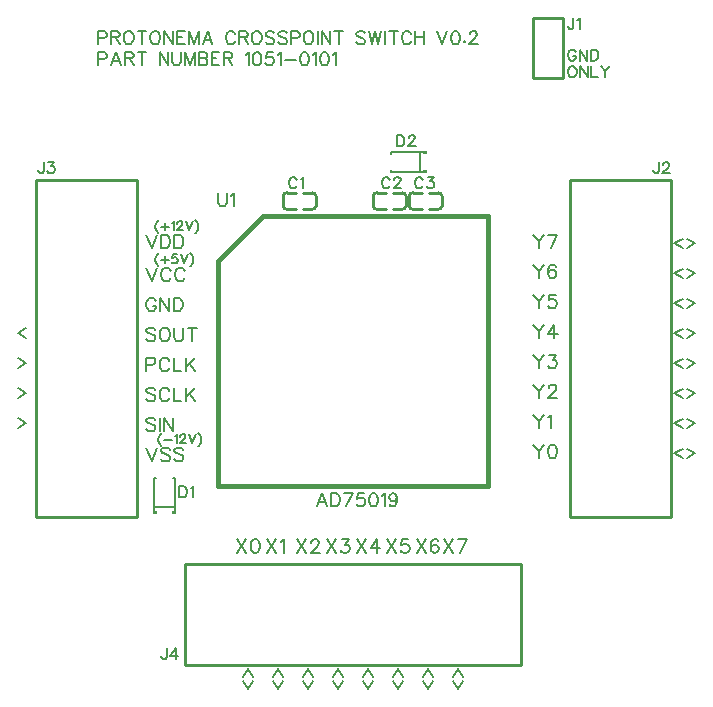
<source format=gto>
G04 Layer: TopSilkscreenLayer*
G04 EasyEDA v6.5.32, 2023-07-25 14:04:49*
G04 f14fb49f93b44de6823b6a38d3d77f6c,5a6b42c53f6a479593ecc07194224c93,10*
G04 Gerber Generator version 0.2*
G04 Scale: 100 percent, Rotated: No, Reflected: No *
G04 Dimensions in millimeters *
G04 leading zeros omitted , absolute positions ,4 integer and 5 decimal *
%FSLAX45Y45*%
%MOMM*%

%ADD10C,0.1524*%
%ADD11C,0.3810*%
%ADD12C,0.2540*%

%LPD*%
D10*
X762000Y5423915D02*
G01*
X762000Y5314950D01*
X762000Y5423915D02*
G01*
X808736Y5423915D01*
X824229Y5418836D01*
X829563Y5413502D01*
X834644Y5403087D01*
X834644Y5387594D01*
X829563Y5377179D01*
X824229Y5372100D01*
X808736Y5366765D01*
X762000Y5366765D01*
X910589Y5423915D02*
G01*
X868934Y5314950D01*
X910589Y5423915D02*
G01*
X952245Y5314950D01*
X884681Y5351271D02*
G01*
X936497Y5351271D01*
X986536Y5423915D02*
G01*
X986536Y5314950D01*
X986536Y5423915D02*
G01*
X1033271Y5423915D01*
X1048765Y5418836D01*
X1054100Y5413502D01*
X1059179Y5403087D01*
X1059179Y5392673D01*
X1054100Y5382260D01*
X1048765Y5377179D01*
X1033271Y5372100D01*
X986536Y5372100D01*
X1022857Y5372100D02*
G01*
X1059179Y5314950D01*
X1129792Y5423915D02*
G01*
X1129792Y5314950D01*
X1093470Y5423915D02*
G01*
X1166113Y5423915D01*
X1280413Y5423915D02*
G01*
X1280413Y5314950D01*
X1280413Y5423915D02*
G01*
X1353312Y5314950D01*
X1353312Y5423915D02*
G01*
X1353312Y5314950D01*
X1387602Y5423915D02*
G01*
X1387602Y5345937D01*
X1392681Y5330444D01*
X1403095Y5320029D01*
X1418589Y5314950D01*
X1429004Y5314950D01*
X1444752Y5320029D01*
X1455165Y5330444D01*
X1460245Y5345937D01*
X1460245Y5423915D01*
X1494536Y5423915D02*
G01*
X1494536Y5314950D01*
X1494536Y5423915D02*
G01*
X1536192Y5314950D01*
X1577594Y5423915D02*
G01*
X1536192Y5314950D01*
X1577594Y5423915D02*
G01*
X1577594Y5314950D01*
X1611884Y5423915D02*
G01*
X1611884Y5314950D01*
X1611884Y5423915D02*
G01*
X1658620Y5423915D01*
X1674368Y5418836D01*
X1679447Y5413502D01*
X1684781Y5403087D01*
X1684781Y5392673D01*
X1679447Y5382260D01*
X1674368Y5377179D01*
X1658620Y5372100D01*
X1611884Y5372100D02*
G01*
X1658620Y5372100D01*
X1674368Y5366765D01*
X1679447Y5361686D01*
X1684781Y5351271D01*
X1684781Y5335523D01*
X1679447Y5325110D01*
X1674368Y5320029D01*
X1658620Y5314950D01*
X1611884Y5314950D01*
X1719071Y5423915D02*
G01*
X1719071Y5314950D01*
X1719071Y5423915D02*
G01*
X1786636Y5423915D01*
X1719071Y5372100D02*
G01*
X1760473Y5372100D01*
X1719071Y5314950D02*
G01*
X1786636Y5314950D01*
X1820926Y5423915D02*
G01*
X1820926Y5314950D01*
X1820926Y5423915D02*
G01*
X1867662Y5423915D01*
X1883155Y5418836D01*
X1888489Y5413502D01*
X1893570Y5403087D01*
X1893570Y5392673D01*
X1888489Y5382260D01*
X1883155Y5377179D01*
X1867662Y5372100D01*
X1820926Y5372100D01*
X1857247Y5372100D02*
G01*
X1893570Y5314950D01*
X2007870Y5403087D02*
G01*
X2018284Y5408421D01*
X2033777Y5423915D01*
X2033777Y5314950D01*
X2099309Y5423915D02*
G01*
X2083815Y5418836D01*
X2073402Y5403087D01*
X2068068Y5377179D01*
X2068068Y5361686D01*
X2073402Y5335523D01*
X2083815Y5320029D01*
X2099309Y5314950D01*
X2109724Y5314950D01*
X2125218Y5320029D01*
X2135631Y5335523D01*
X2140965Y5361686D01*
X2140965Y5377179D01*
X2135631Y5403087D01*
X2125218Y5418836D01*
X2109724Y5423915D01*
X2099309Y5423915D01*
X2237486Y5423915D02*
G01*
X2185670Y5423915D01*
X2180336Y5377179D01*
X2185670Y5382260D01*
X2201163Y5387594D01*
X2216658Y5387594D01*
X2232406Y5382260D01*
X2242820Y5372100D01*
X2247900Y5356352D01*
X2247900Y5345937D01*
X2242820Y5330444D01*
X2232406Y5320029D01*
X2216658Y5314950D01*
X2201163Y5314950D01*
X2185670Y5320029D01*
X2180336Y5325110D01*
X2175256Y5335523D01*
X2282190Y5403087D02*
G01*
X2292604Y5408421D01*
X2308097Y5423915D01*
X2308097Y5314950D01*
X2342388Y5361686D02*
G01*
X2435859Y5361686D01*
X2501391Y5423915D02*
G01*
X2485897Y5418836D01*
X2475484Y5403087D01*
X2470150Y5377179D01*
X2470150Y5361686D01*
X2475484Y5335523D01*
X2485897Y5320029D01*
X2501391Y5314950D01*
X2511806Y5314950D01*
X2527300Y5320029D01*
X2537713Y5335523D01*
X2543047Y5361686D01*
X2543047Y5377179D01*
X2537713Y5403087D01*
X2527300Y5418836D01*
X2511806Y5423915D01*
X2501391Y5423915D01*
X2577338Y5403087D02*
G01*
X2587752Y5408421D01*
X2603245Y5423915D01*
X2603245Y5314950D01*
X2668777Y5423915D02*
G01*
X2653029Y5418836D01*
X2642870Y5403087D01*
X2637536Y5377179D01*
X2637536Y5361686D01*
X2642870Y5335523D01*
X2653029Y5320029D01*
X2668777Y5314950D01*
X2679191Y5314950D01*
X2694686Y5320029D01*
X2705100Y5335523D01*
X2710179Y5361686D01*
X2710179Y5377179D01*
X2705100Y5403087D01*
X2694686Y5418836D01*
X2679191Y5423915D01*
X2668777Y5423915D01*
X2744470Y5403087D02*
G01*
X2754884Y5408421D01*
X2770631Y5423915D01*
X2770631Y5314950D01*
X762000Y5601715D02*
G01*
X762000Y5492750D01*
X762000Y5601715D02*
G01*
X808736Y5601715D01*
X824229Y5596636D01*
X829563Y5591302D01*
X834644Y5580887D01*
X834644Y5565394D01*
X829563Y5554979D01*
X824229Y5549900D01*
X808736Y5544565D01*
X762000Y5544565D01*
X868934Y5601715D02*
G01*
X868934Y5492750D01*
X868934Y5601715D02*
G01*
X915670Y5601715D01*
X931418Y5596636D01*
X936497Y5591302D01*
X941831Y5580887D01*
X941831Y5570473D01*
X936497Y5560060D01*
X931418Y5554979D01*
X915670Y5549900D01*
X868934Y5549900D01*
X905510Y5549900D02*
G01*
X941831Y5492750D01*
X1007110Y5601715D02*
G01*
X996950Y5596636D01*
X986536Y5586221D01*
X981202Y5575807D01*
X976121Y5560060D01*
X976121Y5534152D01*
X981202Y5518657D01*
X986536Y5508244D01*
X996950Y5497829D01*
X1007110Y5492750D01*
X1027937Y5492750D01*
X1038352Y5497829D01*
X1048765Y5508244D01*
X1054100Y5518657D01*
X1059179Y5534152D01*
X1059179Y5560060D01*
X1054100Y5575807D01*
X1048765Y5586221D01*
X1038352Y5596636D01*
X1027937Y5601715D01*
X1007110Y5601715D01*
X1129792Y5601715D02*
G01*
X1129792Y5492750D01*
X1093470Y5601715D02*
G01*
X1166113Y5601715D01*
X1231645Y5601715D02*
G01*
X1221231Y5596636D01*
X1210818Y5586221D01*
X1205737Y5575807D01*
X1200404Y5560060D01*
X1200404Y5534152D01*
X1205737Y5518657D01*
X1210818Y5508244D01*
X1221231Y5497829D01*
X1231645Y5492750D01*
X1252473Y5492750D01*
X1262887Y5497829D01*
X1273302Y5508244D01*
X1278381Y5518657D01*
X1283715Y5534152D01*
X1283715Y5560060D01*
X1278381Y5575807D01*
X1273302Y5586221D01*
X1262887Y5596636D01*
X1252473Y5601715D01*
X1231645Y5601715D01*
X1318005Y5601715D02*
G01*
X1318005Y5492750D01*
X1318005Y5601715D02*
G01*
X1390650Y5492750D01*
X1390650Y5601715D02*
G01*
X1390650Y5492750D01*
X1424939Y5601715D02*
G01*
X1424939Y5492750D01*
X1424939Y5601715D02*
G01*
X1492504Y5601715D01*
X1424939Y5549900D02*
G01*
X1466595Y5549900D01*
X1424939Y5492750D02*
G01*
X1492504Y5492750D01*
X1526794Y5601715D02*
G01*
X1526794Y5492750D01*
X1526794Y5601715D02*
G01*
X1568450Y5492750D01*
X1609852Y5601715D02*
G01*
X1568450Y5492750D01*
X1609852Y5601715D02*
G01*
X1609852Y5492750D01*
X1685797Y5601715D02*
G01*
X1644142Y5492750D01*
X1685797Y5601715D02*
G01*
X1727200Y5492750D01*
X1659889Y5529071D02*
G01*
X1711705Y5529071D01*
X1919478Y5575807D02*
G01*
X1914397Y5586221D01*
X1903984Y5596636D01*
X1893570Y5601715D01*
X1872742Y5601715D01*
X1862328Y5596636D01*
X1851913Y5586221D01*
X1846834Y5575807D01*
X1841500Y5560060D01*
X1841500Y5534152D01*
X1846834Y5518657D01*
X1851913Y5508244D01*
X1862328Y5497829D01*
X1872742Y5492750D01*
X1893570Y5492750D01*
X1903984Y5497829D01*
X1914397Y5508244D01*
X1919478Y5518657D01*
X1953768Y5601715D02*
G01*
X1953768Y5492750D01*
X1953768Y5601715D02*
G01*
X2000504Y5601715D01*
X2016252Y5596636D01*
X2021331Y5591302D01*
X2026665Y5580887D01*
X2026665Y5570473D01*
X2021331Y5560060D01*
X2016252Y5554979D01*
X2000504Y5549900D01*
X1953768Y5549900D01*
X1990090Y5549900D02*
G01*
X2026665Y5492750D01*
X2091943Y5601715D02*
G01*
X2081529Y5596636D01*
X2071370Y5586221D01*
X2066036Y5575807D01*
X2060956Y5560060D01*
X2060956Y5534152D01*
X2066036Y5518657D01*
X2071370Y5508244D01*
X2081529Y5497829D01*
X2091943Y5492750D01*
X2112772Y5492750D01*
X2123186Y5497829D01*
X2133600Y5508244D01*
X2138679Y5518657D01*
X2144013Y5534152D01*
X2144013Y5560060D01*
X2138679Y5575807D01*
X2133600Y5586221D01*
X2123186Y5596636D01*
X2112772Y5601715D01*
X2091943Y5601715D01*
X2250947Y5586221D02*
G01*
X2240534Y5596636D01*
X2225040Y5601715D01*
X2204211Y5601715D01*
X2188718Y5596636D01*
X2178304Y5586221D01*
X2178304Y5575807D01*
X2183384Y5565394D01*
X2188718Y5560060D01*
X2199131Y5554979D01*
X2230120Y5544565D01*
X2240534Y5539486D01*
X2245868Y5534152D01*
X2250947Y5523737D01*
X2250947Y5508244D01*
X2240534Y5497829D01*
X2225040Y5492750D01*
X2204211Y5492750D01*
X2188718Y5497829D01*
X2178304Y5508244D01*
X2358136Y5586221D02*
G01*
X2347722Y5596636D01*
X2331974Y5601715D01*
X2311400Y5601715D01*
X2295652Y5596636D01*
X2285238Y5586221D01*
X2285238Y5575807D01*
X2290572Y5565394D01*
X2295652Y5560060D01*
X2306065Y5554979D01*
X2337308Y5544565D01*
X2347722Y5539486D01*
X2352802Y5534152D01*
X2358136Y5523737D01*
X2358136Y5508244D01*
X2347722Y5497829D01*
X2331974Y5492750D01*
X2311400Y5492750D01*
X2295652Y5497829D01*
X2285238Y5508244D01*
X2392425Y5601715D02*
G01*
X2392425Y5492750D01*
X2392425Y5601715D02*
G01*
X2439161Y5601715D01*
X2454656Y5596636D01*
X2459990Y5591302D01*
X2465070Y5580887D01*
X2465070Y5565394D01*
X2459990Y5554979D01*
X2454656Y5549900D01*
X2439161Y5544565D01*
X2392425Y5544565D01*
X2530602Y5601715D02*
G01*
X2520188Y5596636D01*
X2509774Y5586221D01*
X2504440Y5575807D01*
X2499359Y5560060D01*
X2499359Y5534152D01*
X2504440Y5518657D01*
X2509774Y5508244D01*
X2520188Y5497829D01*
X2530602Y5492750D01*
X2551429Y5492750D01*
X2561590Y5497829D01*
X2572004Y5508244D01*
X2577338Y5518657D01*
X2582418Y5534152D01*
X2582418Y5560060D01*
X2577338Y5575807D01*
X2572004Y5586221D01*
X2561590Y5596636D01*
X2551429Y5601715D01*
X2530602Y5601715D01*
X2616708Y5601715D02*
G01*
X2616708Y5492750D01*
X2650997Y5601715D02*
G01*
X2650997Y5492750D01*
X2650997Y5601715D02*
G01*
X2723895Y5492750D01*
X2723895Y5601715D02*
G01*
X2723895Y5492750D01*
X2794508Y5601715D02*
G01*
X2794508Y5492750D01*
X2758186Y5601715D02*
G01*
X2830829Y5601715D01*
X3017774Y5586221D02*
G01*
X3007359Y5596636D01*
X2991865Y5601715D01*
X2971038Y5601715D01*
X2955543Y5596636D01*
X2945129Y5586221D01*
X2945129Y5575807D01*
X2950209Y5565394D01*
X2955543Y5560060D01*
X2965958Y5554979D01*
X2997200Y5544565D01*
X3007359Y5539486D01*
X3012693Y5534152D01*
X3017774Y5523737D01*
X3017774Y5508244D01*
X3007359Y5497829D01*
X2991865Y5492750D01*
X2971038Y5492750D01*
X2955543Y5497829D01*
X2945129Y5508244D01*
X3052063Y5601715D02*
G01*
X3078225Y5492750D01*
X3104134Y5601715D02*
G01*
X3078225Y5492750D01*
X3104134Y5601715D02*
G01*
X3130041Y5492750D01*
X3155950Y5601715D02*
G01*
X3130041Y5492750D01*
X3190240Y5601715D02*
G01*
X3190240Y5492750D01*
X3261106Y5601715D02*
G01*
X3261106Y5492750D01*
X3224529Y5601715D02*
G01*
X3297427Y5601715D01*
X3409695Y5575807D02*
G01*
X3404361Y5586221D01*
X3393947Y5596636D01*
X3383534Y5601715D01*
X3362959Y5601715D01*
X3352545Y5596636D01*
X3342131Y5586221D01*
X3336797Y5575807D01*
X3331718Y5560060D01*
X3331718Y5534152D01*
X3336797Y5518657D01*
X3342131Y5508244D01*
X3352545Y5497829D01*
X3362959Y5492750D01*
X3383534Y5492750D01*
X3393947Y5497829D01*
X3404361Y5508244D01*
X3409695Y5518657D01*
X3443986Y5601715D02*
G01*
X3443986Y5492750D01*
X3516629Y5601715D02*
G01*
X3516629Y5492750D01*
X3443986Y5549900D02*
G01*
X3516629Y5549900D01*
X3630929Y5601715D02*
G01*
X3672586Y5492750D01*
X3713988Y5601715D02*
G01*
X3672586Y5492750D01*
X3779520Y5601715D02*
G01*
X3764025Y5596636D01*
X3753611Y5580887D01*
X3748277Y5554979D01*
X3748277Y5539486D01*
X3753611Y5513323D01*
X3764025Y5497829D01*
X3779520Y5492750D01*
X3789934Y5492750D01*
X3805427Y5497829D01*
X3815841Y5513323D01*
X3821175Y5539486D01*
X3821175Y5554979D01*
X3815841Y5580887D01*
X3805427Y5596636D01*
X3789934Y5601715D01*
X3779520Y5601715D01*
X3860545Y5518657D02*
G01*
X3855465Y5513323D01*
X3860545Y5508244D01*
X3865879Y5513323D01*
X3860545Y5518657D01*
X3905250Y5575807D02*
G01*
X3905250Y5580887D01*
X3910329Y5591302D01*
X3915663Y5596636D01*
X3926077Y5601715D01*
X3946906Y5601715D01*
X3957320Y5596636D01*
X3962400Y5591302D01*
X3967479Y5580887D01*
X3967479Y5570473D01*
X3962400Y5560060D01*
X3951986Y5544565D01*
X3900170Y5492750D01*
X3972813Y5492750D01*
X1937534Y1299278D02*
G01*
X2013988Y1184724D01*
X2013988Y1299278D02*
G01*
X1937534Y1184724D01*
X2082568Y1299278D02*
G01*
X2066312Y1293944D01*
X2055390Y1277434D01*
X2049802Y1250256D01*
X2049802Y1233746D01*
X2055390Y1206568D01*
X2066312Y1190312D01*
X2082568Y1184724D01*
X2093490Y1184724D01*
X2110000Y1190312D01*
X2120922Y1206568D01*
X2126256Y1233746D01*
X2126256Y1250256D01*
X2120922Y1277434D01*
X2110000Y1293944D01*
X2093490Y1299278D01*
X2082568Y1299278D01*
X1340863Y380237D02*
G01*
X1340863Y307594D01*
X1336291Y293878D01*
X1331719Y289305D01*
X1322575Y284734D01*
X1313685Y284734D01*
X1304541Y289305D01*
X1299969Y293878D01*
X1295397Y307594D01*
X1295397Y316737D01*
X1416301Y380237D02*
G01*
X1370835Y316737D01*
X1438907Y316737D01*
X1416301Y380237D02*
G01*
X1416301Y284734D01*
X1168400Y3880357D02*
G01*
X1212087Y3765804D01*
X1255776Y3880357D02*
G01*
X1212087Y3765804D01*
X1291589Y3880357D02*
G01*
X1291589Y3765804D01*
X1291589Y3880357D02*
G01*
X1329944Y3880357D01*
X1346200Y3874770D01*
X1357121Y3863847D01*
X1362455Y3852926D01*
X1368044Y3836670D01*
X1368044Y3809492D01*
X1362455Y3792981D01*
X1357121Y3782060D01*
X1346200Y3771137D01*
X1329944Y3765804D01*
X1291589Y3765804D01*
X1404112Y3880357D02*
G01*
X1404112Y3765804D01*
X1404112Y3880357D02*
G01*
X1442212Y3880357D01*
X1458468Y3874770D01*
X1469389Y3863847D01*
X1474978Y3852926D01*
X1480312Y3836670D01*
X1480312Y3809492D01*
X1474978Y3792981D01*
X1469389Y3782060D01*
X1458468Y3771137D01*
X1442212Y3765804D01*
X1404112Y3765804D01*
X5506455Y4495030D02*
G01*
X5506455Y4422386D01*
X5501883Y4408670D01*
X5497311Y4404098D01*
X5488167Y4399526D01*
X5479277Y4399526D01*
X5470133Y4404098D01*
X5465561Y4408670D01*
X5460989Y4422386D01*
X5460989Y4431530D01*
X5540999Y4472424D02*
G01*
X5540999Y4476996D01*
X5545571Y4485886D01*
X5550143Y4490458D01*
X5559287Y4495030D01*
X5577321Y4495030D01*
X5586465Y4490458D01*
X5591037Y4485886D01*
X5595609Y4476996D01*
X5595609Y4467852D01*
X5591037Y4458708D01*
X5581893Y4444992D01*
X5536427Y4399526D01*
X5600181Y4399526D01*
X299465Y4495030D02*
G01*
X299465Y4422386D01*
X294894Y4408670D01*
X290321Y4404098D01*
X281178Y4399526D01*
X272287Y4399526D01*
X263144Y4404098D01*
X258571Y4408670D01*
X254000Y4422386D01*
X254000Y4431530D01*
X338581Y4495030D02*
G01*
X388620Y4495030D01*
X361187Y4458708D01*
X374904Y4458708D01*
X384047Y4454136D01*
X388620Y4449564D01*
X393192Y4436102D01*
X393192Y4426958D01*
X388620Y4413242D01*
X379476Y4404098D01*
X365760Y4399526D01*
X352297Y4399526D01*
X338581Y4404098D01*
X334010Y4408670D01*
X329437Y4417814D01*
X2657840Y1690103D02*
G01*
X2616184Y1581137D01*
X2657840Y1690103D02*
G01*
X2699242Y1581137D01*
X2631678Y1617459D02*
G01*
X2683748Y1617459D01*
X2733532Y1690103D02*
G01*
X2733532Y1581137D01*
X2733532Y1690103D02*
G01*
X2769854Y1690103D01*
X2785602Y1685023D01*
X2796016Y1674609D01*
X2801096Y1664195D01*
X2806430Y1648447D01*
X2806430Y1622539D01*
X2801096Y1607045D01*
X2796016Y1596631D01*
X2785602Y1586217D01*
X2769854Y1581137D01*
X2733532Y1581137D01*
X2913364Y1690103D02*
G01*
X2861294Y1581137D01*
X2840720Y1690103D02*
G01*
X2913364Y1690103D01*
X3009884Y1690103D02*
G01*
X2958068Y1690103D01*
X2952734Y1643367D01*
X2958068Y1648447D01*
X2973562Y1653781D01*
X2989310Y1653781D01*
X3004804Y1648447D01*
X3015218Y1638287D01*
X3020298Y1622539D01*
X3020298Y1612125D01*
X3015218Y1596631D01*
X3004804Y1586217D01*
X2989310Y1581137D01*
X2973562Y1581137D01*
X2958068Y1586217D01*
X2952734Y1591297D01*
X2947654Y1601711D01*
X3085830Y1690103D02*
G01*
X3070336Y1685023D01*
X3059922Y1669275D01*
X3054588Y1643367D01*
X3054588Y1627873D01*
X3059922Y1601711D01*
X3070336Y1586217D01*
X3085830Y1581137D01*
X3096244Y1581137D01*
X3111738Y1586217D01*
X3122152Y1601711D01*
X3127486Y1627873D01*
X3127486Y1643367D01*
X3122152Y1669275D01*
X3111738Y1685023D01*
X3096244Y1690103D01*
X3085830Y1690103D01*
X3161776Y1669275D02*
G01*
X3172190Y1674609D01*
X3187684Y1690103D01*
X3187684Y1581137D01*
X3289538Y1653781D02*
G01*
X3284204Y1638287D01*
X3274044Y1627873D01*
X3258296Y1622539D01*
X3253216Y1622539D01*
X3237468Y1627873D01*
X3227054Y1638287D01*
X3221974Y1653781D01*
X3221974Y1658861D01*
X3227054Y1674609D01*
X3237468Y1685023D01*
X3253216Y1690103D01*
X3258296Y1690103D01*
X3274044Y1685023D01*
X3284204Y1674609D01*
X3289538Y1653781D01*
X3289538Y1627873D01*
X3284204Y1601711D01*
X3274044Y1586217D01*
X3258296Y1581137D01*
X3247882Y1581137D01*
X3232388Y1586217D01*
X3227054Y1596631D01*
X1168400Y3600957D02*
G01*
X1212087Y3486404D01*
X1255776Y3600957D02*
G01*
X1212087Y3486404D01*
X1373378Y3573526D02*
G01*
X1368044Y3584447D01*
X1357121Y3595370D01*
X1346200Y3600957D01*
X1324355Y3600957D01*
X1313434Y3595370D01*
X1302512Y3584447D01*
X1297178Y3573526D01*
X1291589Y3557270D01*
X1291589Y3530092D01*
X1297178Y3513581D01*
X1302512Y3502660D01*
X1313434Y3491737D01*
X1324355Y3486404D01*
X1346200Y3486404D01*
X1357121Y3491737D01*
X1368044Y3502660D01*
X1373378Y3513581D01*
X1491234Y3573526D02*
G01*
X1485900Y3584447D01*
X1474978Y3595370D01*
X1464055Y3600957D01*
X1442212Y3600957D01*
X1431289Y3595370D01*
X1420368Y3584447D01*
X1415034Y3573526D01*
X1409445Y3557270D01*
X1409445Y3530092D01*
X1415034Y3513581D01*
X1420368Y3502660D01*
X1431289Y3491737D01*
X1442212Y3486404D01*
X1464055Y3486404D01*
X1474978Y3491737D01*
X1485900Y3502660D01*
X1491234Y3513581D01*
X1250187Y3319526D02*
G01*
X1244854Y3330447D01*
X1233931Y3341370D01*
X1223010Y3346957D01*
X1201165Y3346957D01*
X1190244Y3341370D01*
X1179321Y3330447D01*
X1173734Y3319526D01*
X1168400Y3303270D01*
X1168400Y3276092D01*
X1173734Y3259581D01*
X1179321Y3248660D01*
X1190244Y3237737D01*
X1201165Y3232404D01*
X1223010Y3232404D01*
X1233931Y3237737D01*
X1244854Y3248660D01*
X1250187Y3259581D01*
X1250187Y3276092D01*
X1223010Y3276092D02*
G01*
X1250187Y3276092D01*
X1286255Y3346957D02*
G01*
X1286255Y3232404D01*
X1286255Y3346957D02*
G01*
X1362455Y3232404D01*
X1362455Y3346957D02*
G01*
X1362455Y3232404D01*
X1398523Y3346957D02*
G01*
X1398523Y3232404D01*
X1398523Y3346957D02*
G01*
X1436878Y3346957D01*
X1453134Y3341370D01*
X1464055Y3330447D01*
X1469389Y3319526D01*
X1474978Y3303270D01*
X1474978Y3276092D01*
X1469389Y3259581D01*
X1464055Y3248660D01*
X1453134Y3237737D01*
X1436878Y3232404D01*
X1398523Y3232404D01*
X1244854Y3076447D02*
G01*
X1233931Y3087370D01*
X1217421Y3092957D01*
X1195578Y3092957D01*
X1179321Y3087370D01*
X1168400Y3076447D01*
X1168400Y3065526D01*
X1173734Y3054604D01*
X1179321Y3049270D01*
X1190244Y3043681D01*
X1223010Y3032760D01*
X1233931Y3027426D01*
X1239265Y3022092D01*
X1244854Y3011170D01*
X1244854Y2994660D01*
X1233931Y2983737D01*
X1217421Y2978404D01*
X1195578Y2978404D01*
X1179321Y2983737D01*
X1168400Y2994660D01*
X1313434Y3092957D02*
G01*
X1302512Y3087370D01*
X1291589Y3076447D01*
X1286255Y3065526D01*
X1280668Y3049270D01*
X1280668Y3022092D01*
X1286255Y3005581D01*
X1291589Y2994660D01*
X1302512Y2983737D01*
X1313434Y2978404D01*
X1335278Y2978404D01*
X1346200Y2983737D01*
X1357121Y2994660D01*
X1362455Y3005581D01*
X1368044Y3022092D01*
X1368044Y3049270D01*
X1362455Y3065526D01*
X1357121Y3076447D01*
X1346200Y3087370D01*
X1335278Y3092957D01*
X1313434Y3092957D01*
X1404112Y3092957D02*
G01*
X1404112Y3011170D01*
X1409445Y2994660D01*
X1420368Y2983737D01*
X1436878Y2978404D01*
X1447545Y2978404D01*
X1464055Y2983737D01*
X1474978Y2994660D01*
X1480312Y3011170D01*
X1480312Y3092957D01*
X1554479Y3092957D02*
G01*
X1554479Y2978404D01*
X1516379Y3092957D02*
G01*
X1592834Y3092957D01*
X1168400Y2838957D02*
G01*
X1168400Y2724404D01*
X1168400Y2838957D02*
G01*
X1217421Y2838957D01*
X1233931Y2833370D01*
X1239265Y2828036D01*
X1244854Y2817113D01*
X1244854Y2800604D01*
X1239265Y2789681D01*
X1233931Y2784347D01*
X1217421Y2778760D01*
X1168400Y2778760D01*
X1362455Y2811526D02*
G01*
X1357121Y2822447D01*
X1346200Y2833370D01*
X1335278Y2838957D01*
X1313434Y2838957D01*
X1302512Y2833370D01*
X1291589Y2822447D01*
X1286255Y2811526D01*
X1280668Y2795270D01*
X1280668Y2768092D01*
X1286255Y2751581D01*
X1291589Y2740660D01*
X1302512Y2729737D01*
X1313434Y2724404D01*
X1335278Y2724404D01*
X1346200Y2729737D01*
X1357121Y2740660D01*
X1362455Y2751581D01*
X1398523Y2838957D02*
G01*
X1398523Y2724404D01*
X1398523Y2724404D02*
G01*
X1464055Y2724404D01*
X1500123Y2838957D02*
G01*
X1500123Y2724404D01*
X1576323Y2838957D02*
G01*
X1500123Y2762504D01*
X1527302Y2789681D02*
G01*
X1576323Y2724404D01*
X1244854Y2568447D02*
G01*
X1233931Y2579370D01*
X1217421Y2584957D01*
X1195578Y2584957D01*
X1179321Y2579370D01*
X1168400Y2568447D01*
X1168400Y2557526D01*
X1173734Y2546604D01*
X1179321Y2541270D01*
X1190244Y2535681D01*
X1223010Y2524760D01*
X1233931Y2519426D01*
X1239265Y2514092D01*
X1244854Y2503170D01*
X1244854Y2486660D01*
X1233931Y2475737D01*
X1217421Y2470404D01*
X1195578Y2470404D01*
X1179321Y2475737D01*
X1168400Y2486660D01*
X1362455Y2557526D02*
G01*
X1357121Y2568447D01*
X1346200Y2579370D01*
X1335278Y2584957D01*
X1313434Y2584957D01*
X1302512Y2579370D01*
X1291589Y2568447D01*
X1286255Y2557526D01*
X1280668Y2541270D01*
X1280668Y2514092D01*
X1286255Y2497581D01*
X1291589Y2486660D01*
X1302512Y2475737D01*
X1313434Y2470404D01*
X1335278Y2470404D01*
X1346200Y2475737D01*
X1357121Y2486660D01*
X1362455Y2497581D01*
X1398523Y2584957D02*
G01*
X1398523Y2470404D01*
X1398523Y2470404D02*
G01*
X1464055Y2470404D01*
X1500123Y2584957D02*
G01*
X1500123Y2470404D01*
X1576323Y2584957D02*
G01*
X1500123Y2508504D01*
X1527302Y2535681D02*
G01*
X1576323Y2470404D01*
X1244854Y2314447D02*
G01*
X1233931Y2325370D01*
X1217421Y2330957D01*
X1195578Y2330957D01*
X1179321Y2325370D01*
X1168400Y2314447D01*
X1168400Y2303526D01*
X1173734Y2292604D01*
X1179321Y2287270D01*
X1190244Y2281681D01*
X1223010Y2270760D01*
X1233931Y2265426D01*
X1239265Y2260092D01*
X1244854Y2249170D01*
X1244854Y2232660D01*
X1233931Y2221737D01*
X1217421Y2216404D01*
X1195578Y2216404D01*
X1179321Y2221737D01*
X1168400Y2232660D01*
X1280668Y2330957D02*
G01*
X1280668Y2216404D01*
X1316736Y2330957D02*
G01*
X1316736Y2216404D01*
X1316736Y2330957D02*
G01*
X1393189Y2216404D01*
X1393189Y2330957D02*
G01*
X1393189Y2216404D01*
X1168400Y2076957D02*
G01*
X1212087Y1962404D01*
X1255776Y2076957D02*
G01*
X1212087Y1962404D01*
X1368044Y2060447D02*
G01*
X1357121Y2071370D01*
X1340865Y2076957D01*
X1319021Y2076957D01*
X1302512Y2071370D01*
X1291589Y2060447D01*
X1291589Y2049526D01*
X1297178Y2038604D01*
X1302512Y2033270D01*
X1313434Y2027681D01*
X1346200Y2016760D01*
X1357121Y2011426D01*
X1362455Y2006092D01*
X1368044Y1995170D01*
X1368044Y1978660D01*
X1357121Y1967737D01*
X1340865Y1962404D01*
X1319021Y1962404D01*
X1302512Y1967737D01*
X1291589Y1978660D01*
X1480312Y2060447D02*
G01*
X1469389Y2071370D01*
X1453134Y2076957D01*
X1431289Y2076957D01*
X1415034Y2071370D01*
X1404112Y2060447D01*
X1404112Y2049526D01*
X1409445Y2038604D01*
X1415034Y2033270D01*
X1425955Y2027681D01*
X1458468Y2016760D01*
X1469389Y2011426D01*
X1474978Y2006092D01*
X1480312Y1995170D01*
X1480312Y1978660D01*
X1469389Y1967737D01*
X1453134Y1962404D01*
X1431289Y1962404D01*
X1415034Y1967737D01*
X1404112Y1978660D01*
X2191511Y1299210D02*
G01*
X2267965Y1184655D01*
X2267965Y1299210D02*
G01*
X2191511Y1184655D01*
X2304034Y1277365D02*
G01*
X2314956Y1282954D01*
X2331211Y1299210D01*
X2331211Y1184655D01*
X2445511Y1299210D02*
G01*
X2521965Y1184655D01*
X2521965Y1299210D02*
G01*
X2445511Y1184655D01*
X2563368Y1272031D02*
G01*
X2563368Y1277365D01*
X2568956Y1288287D01*
X2574290Y1293876D01*
X2585211Y1299210D01*
X2607056Y1299210D01*
X2617977Y1293876D01*
X2623311Y1288287D01*
X2628900Y1277365D01*
X2628900Y1266444D01*
X2623311Y1255521D01*
X2612390Y1239265D01*
X2558034Y1184655D01*
X2634234Y1184655D01*
X2699511Y1299210D02*
G01*
X2775965Y1184655D01*
X2775965Y1299210D02*
G01*
X2699511Y1184655D01*
X2822956Y1299210D02*
G01*
X2882900Y1299210D01*
X2850134Y1255521D01*
X2866390Y1255521D01*
X2877311Y1250187D01*
X2882900Y1244854D01*
X2888234Y1228344D01*
X2888234Y1217421D01*
X2882900Y1201165D01*
X2871977Y1190244D01*
X2855468Y1184655D01*
X2839211Y1184655D01*
X2822956Y1190244D01*
X2817368Y1195578D01*
X2812034Y1206500D01*
X2953511Y1299210D02*
G01*
X3029965Y1184655D01*
X3029965Y1299210D02*
G01*
X2953511Y1184655D01*
X3120390Y1299210D02*
G01*
X3066034Y1223010D01*
X3147822Y1223010D01*
X3120390Y1299210D02*
G01*
X3120390Y1184655D01*
X3207511Y1299210D02*
G01*
X3283965Y1184655D01*
X3283965Y1299210D02*
G01*
X3207511Y1184655D01*
X3385311Y1299210D02*
G01*
X3330956Y1299210D01*
X3325368Y1250187D01*
X3330956Y1255521D01*
X3347211Y1261110D01*
X3363468Y1261110D01*
X3379977Y1255521D01*
X3390900Y1244854D01*
X3396234Y1228344D01*
X3396234Y1217421D01*
X3390900Y1201165D01*
X3379977Y1190244D01*
X3363468Y1184655D01*
X3347211Y1184655D01*
X3330956Y1190244D01*
X3325368Y1195578D01*
X3320034Y1206500D01*
X3461511Y1299210D02*
G01*
X3537965Y1184655D01*
X3537965Y1299210D02*
G01*
X3461511Y1184655D01*
X3639311Y1282954D02*
G01*
X3633977Y1293876D01*
X3617468Y1299210D01*
X3606545Y1299210D01*
X3590290Y1293876D01*
X3579368Y1277365D01*
X3574034Y1250187D01*
X3574034Y1223010D01*
X3579368Y1201165D01*
X3590290Y1190244D01*
X3606545Y1184655D01*
X3612134Y1184655D01*
X3628390Y1190244D01*
X3639311Y1201165D01*
X3644900Y1217421D01*
X3644900Y1223010D01*
X3639311Y1239265D01*
X3628390Y1250187D01*
X3612134Y1255521D01*
X3606545Y1255521D01*
X3590290Y1250187D01*
X3579368Y1239265D01*
X3574034Y1223010D01*
X3690111Y1299210D02*
G01*
X3766565Y1184655D01*
X3766565Y1299210D02*
G01*
X3690111Y1184655D01*
X3878834Y1299210D02*
G01*
X3824224Y1184655D01*
X3802634Y1299210D02*
G01*
X3878834Y1299210D01*
X4445000Y3880357D02*
G01*
X4488688Y3825747D01*
X4488688Y3765804D01*
X4532375Y3880357D02*
G01*
X4488688Y3825747D01*
X4644643Y3880357D02*
G01*
X4590034Y3765804D01*
X4568190Y3880357D02*
G01*
X4644643Y3880357D01*
X4445000Y3626357D02*
G01*
X4488688Y3571747D01*
X4488688Y3511804D01*
X4532375Y3626357D02*
G01*
X4488688Y3571747D01*
X4633722Y3609847D02*
G01*
X4628388Y3620770D01*
X4611877Y3626357D01*
X4600956Y3626357D01*
X4584700Y3620770D01*
X4573777Y3604513D01*
X4568190Y3577081D01*
X4568190Y3549904D01*
X4573777Y3528060D01*
X4584700Y3517137D01*
X4600956Y3511804D01*
X4606543Y3511804D01*
X4622800Y3517137D01*
X4633722Y3528060D01*
X4639056Y3544570D01*
X4639056Y3549904D01*
X4633722Y3566160D01*
X4622800Y3577081D01*
X4606543Y3582670D01*
X4600956Y3582670D01*
X4584700Y3577081D01*
X4573777Y3566160D01*
X4568190Y3549904D01*
X4445000Y3372357D02*
G01*
X4488688Y3317747D01*
X4488688Y3257804D01*
X4532375Y3372357D02*
G01*
X4488688Y3317747D01*
X4633722Y3372357D02*
G01*
X4579111Y3372357D01*
X4573777Y3323081D01*
X4579111Y3328670D01*
X4595622Y3334004D01*
X4611877Y3334004D01*
X4628388Y3328670D01*
X4639056Y3317747D01*
X4644643Y3301492D01*
X4644643Y3290570D01*
X4639056Y3274060D01*
X4628388Y3263137D01*
X4611877Y3257804D01*
X4595622Y3257804D01*
X4579111Y3263137D01*
X4573777Y3268726D01*
X4568190Y3279647D01*
X4445000Y3118357D02*
G01*
X4488688Y3063747D01*
X4488688Y3003804D01*
X4532375Y3118357D02*
G01*
X4488688Y3063747D01*
X4622800Y3118357D02*
G01*
X4568190Y3041904D01*
X4649977Y3041904D01*
X4622800Y3118357D02*
G01*
X4622800Y3003804D01*
X4445000Y2864357D02*
G01*
X4488688Y2809747D01*
X4488688Y2749804D01*
X4532375Y2864357D02*
G01*
X4488688Y2809747D01*
X4579111Y2864357D02*
G01*
X4639056Y2864357D01*
X4606543Y2820670D01*
X4622800Y2820670D01*
X4633722Y2815081D01*
X4639056Y2809747D01*
X4644643Y2793492D01*
X4644643Y2782570D01*
X4639056Y2766060D01*
X4628388Y2755137D01*
X4611877Y2749804D01*
X4595622Y2749804D01*
X4579111Y2755137D01*
X4573777Y2760726D01*
X4568190Y2771647D01*
X4445000Y2610357D02*
G01*
X4488688Y2555747D01*
X4488688Y2495804D01*
X4532375Y2610357D02*
G01*
X4488688Y2555747D01*
X4573777Y2582926D02*
G01*
X4573777Y2588513D01*
X4579111Y2599436D01*
X4584700Y2604770D01*
X4595622Y2610357D01*
X4617465Y2610357D01*
X4628388Y2604770D01*
X4633722Y2599436D01*
X4639056Y2588513D01*
X4639056Y2577592D01*
X4633722Y2566670D01*
X4622800Y2550160D01*
X4568190Y2495804D01*
X4644643Y2495804D01*
X4445000Y2356357D02*
G01*
X4488688Y2301747D01*
X4488688Y2241804D01*
X4532375Y2356357D02*
G01*
X4488688Y2301747D01*
X4568190Y2334513D02*
G01*
X4579111Y2339847D01*
X4595622Y2356357D01*
X4595622Y2241804D01*
X4445000Y2102357D02*
G01*
X4488688Y2047747D01*
X4488688Y1987804D01*
X4532375Y2102357D02*
G01*
X4488688Y2047747D01*
X4600956Y2102357D02*
G01*
X4584700Y2096770D01*
X4573777Y2080513D01*
X4568190Y2053081D01*
X4568190Y2036826D01*
X4573777Y2009647D01*
X4584700Y1993137D01*
X4600956Y1987804D01*
X4611877Y1987804D01*
X4628388Y1993137D01*
X4639056Y2009647D01*
X4644643Y2036826D01*
X4644643Y2053081D01*
X4639056Y2080513D01*
X4628388Y2096770D01*
X4611877Y2102357D01*
X4600956Y2102357D01*
X1295400Y2203447D02*
G01*
X1288287Y2196081D01*
X1280921Y2185159D01*
X1273555Y2170681D01*
X1270000Y2152647D01*
X1270000Y2137915D01*
X1273555Y2119881D01*
X1280921Y2105403D01*
X1288287Y2094481D01*
X1295400Y2087115D01*
X1319529Y2145281D02*
G01*
X1384807Y2145281D01*
X1408937Y2174491D02*
G01*
X1416304Y2178047D01*
X1426971Y2188969D01*
X1426971Y2112515D01*
X1454657Y2170681D02*
G01*
X1454657Y2174491D01*
X1458468Y2181603D01*
X1462023Y2185159D01*
X1469389Y2188969D01*
X1483868Y2188969D01*
X1490979Y2185159D01*
X1494789Y2181603D01*
X1498345Y2174491D01*
X1498345Y2167125D01*
X1494789Y2159759D01*
X1487423Y2148837D01*
X1451102Y2112515D01*
X1501902Y2112515D01*
X1526031Y2188969D02*
G01*
X1554987Y2112515D01*
X1584197Y2188969D02*
G01*
X1554987Y2112515D01*
X1608073Y2203447D02*
G01*
X1615439Y2196081D01*
X1622805Y2185159D01*
X1629918Y2170681D01*
X1633728Y2152647D01*
X1633728Y2137915D01*
X1629918Y2119881D01*
X1622805Y2105403D01*
X1615439Y2094481D01*
X1608073Y2087115D01*
X1270000Y4006865D02*
G01*
X1262887Y3999499D01*
X1255521Y3988577D01*
X1248155Y3974099D01*
X1244600Y3956065D01*
X1244600Y3941333D01*
X1248155Y3923299D01*
X1255521Y3908567D01*
X1262887Y3897899D01*
X1270000Y3890533D01*
X1326895Y3981465D02*
G01*
X1326895Y3915933D01*
X1294129Y3948699D02*
G01*
X1359407Y3948699D01*
X1383537Y3977655D02*
G01*
X1390904Y3981465D01*
X1401571Y3992387D01*
X1401571Y3915933D01*
X1429257Y3974099D02*
G01*
X1429257Y3977655D01*
X1433068Y3985021D01*
X1436623Y3988577D01*
X1443989Y3992387D01*
X1458468Y3992387D01*
X1465579Y3988577D01*
X1469389Y3985021D01*
X1472945Y3977655D01*
X1472945Y3970543D01*
X1469389Y3963177D01*
X1462023Y3952255D01*
X1425702Y3915933D01*
X1476502Y3915933D01*
X1500631Y3992387D02*
G01*
X1529587Y3915933D01*
X1558797Y3992387D02*
G01*
X1529587Y3915933D01*
X1582673Y4006865D02*
G01*
X1590039Y3999499D01*
X1597405Y3988577D01*
X1604518Y3974099D01*
X1608328Y3956065D01*
X1608328Y3941333D01*
X1604518Y3923299D01*
X1597405Y3908567D01*
X1590039Y3897899D01*
X1582673Y3890533D01*
X1270000Y3727450D02*
G01*
X1262887Y3720084D01*
X1255521Y3709162D01*
X1248155Y3694684D01*
X1244600Y3676650D01*
X1244600Y3661918D01*
X1248155Y3643884D01*
X1255521Y3629405D01*
X1262887Y3618484D01*
X1270000Y3611118D01*
X1326895Y3702050D02*
G01*
X1326895Y3636518D01*
X1294129Y3669284D02*
G01*
X1359407Y3669284D01*
X1427226Y3712971D02*
G01*
X1390904Y3712971D01*
X1387094Y3680205D01*
X1390904Y3683762D01*
X1401571Y3687571D01*
X1412494Y3687571D01*
X1423415Y3683762D01*
X1430781Y3676650D01*
X1434337Y3665728D01*
X1434337Y3658362D01*
X1430781Y3647439D01*
X1423415Y3640073D01*
X1412494Y3636518D01*
X1401571Y3636518D01*
X1390904Y3640073D01*
X1387094Y3643884D01*
X1383537Y3650995D01*
X1458468Y3712971D02*
G01*
X1487423Y3636518D01*
X1516634Y3712971D02*
G01*
X1487423Y3636518D01*
X1540510Y3727450D02*
G01*
X1547876Y3720084D01*
X1555242Y3709162D01*
X1562354Y3694684D01*
X1566163Y3676650D01*
X1566163Y3661918D01*
X1562354Y3643884D01*
X1555242Y3629405D01*
X1547876Y3618484D01*
X1540510Y3611118D01*
X4764277Y5307837D02*
G01*
X4755388Y5303265D01*
X4746243Y5294376D01*
X4741672Y5285231D01*
X4737100Y5271515D01*
X4737100Y5248910D01*
X4741672Y5235194D01*
X4746243Y5226050D01*
X4755388Y5216905D01*
X4764277Y5212334D01*
X4782565Y5212334D01*
X4791709Y5216905D01*
X4800854Y5226050D01*
X4805172Y5235194D01*
X4809743Y5248910D01*
X4809743Y5271515D01*
X4805172Y5285231D01*
X4800854Y5294376D01*
X4791709Y5303265D01*
X4782565Y5307837D01*
X4764277Y5307837D01*
X4839715Y5307837D02*
G01*
X4839715Y5212334D01*
X4839715Y5307837D02*
G01*
X4903470Y5212334D01*
X4903470Y5307837D02*
G01*
X4903470Y5212334D01*
X4933441Y5307837D02*
G01*
X4933441Y5212334D01*
X4933441Y5212334D02*
G01*
X4988052Y5212334D01*
X5018024Y5307837D02*
G01*
X5054345Y5262371D01*
X5054345Y5212334D01*
X5090668Y5307837D02*
G01*
X5054345Y5262371D01*
X4805172Y5424931D02*
G01*
X4800854Y5434076D01*
X4791709Y5442965D01*
X4782565Y5447537D01*
X4764277Y5447537D01*
X4755388Y5442965D01*
X4746243Y5434076D01*
X4741672Y5424931D01*
X4737100Y5411215D01*
X4737100Y5388610D01*
X4741672Y5374894D01*
X4746243Y5365750D01*
X4755388Y5356605D01*
X4764277Y5352034D01*
X4782565Y5352034D01*
X4791709Y5356605D01*
X4800854Y5365750D01*
X4805172Y5374894D01*
X4805172Y5388610D01*
X4782565Y5388610D02*
G01*
X4805172Y5388610D01*
X4835397Y5447537D02*
G01*
X4835397Y5352034D01*
X4835397Y5447537D02*
G01*
X4898897Y5352034D01*
X4898897Y5447537D02*
G01*
X4898897Y5352034D01*
X4928870Y5447537D02*
G01*
X4928870Y5352034D01*
X4928870Y5447537D02*
G01*
X4960620Y5447537D01*
X4974336Y5442965D01*
X4983479Y5434076D01*
X4988052Y5424931D01*
X4992624Y5411215D01*
X4992624Y5388610D01*
X4988052Y5374894D01*
X4983479Y5365750D01*
X4974336Y5356605D01*
X4960620Y5352034D01*
X4928870Y5352034D01*
X4782565Y5714237D02*
G01*
X4782565Y5641594D01*
X4777993Y5627878D01*
X4773422Y5623305D01*
X4764277Y5618734D01*
X4755388Y5618734D01*
X4746243Y5623305D01*
X4741672Y5627878D01*
X4737100Y5641594D01*
X4737100Y5650737D01*
X4812538Y5696204D02*
G01*
X4821681Y5700776D01*
X4835397Y5714237D01*
X4835397Y5618734D01*
X5711459Y3846415D02*
G01*
X5638815Y3805521D01*
X5711459Y3764627D01*
X5741431Y3846415D02*
G01*
X5814329Y3805521D01*
X5741431Y3764627D01*
X5711459Y3592415D02*
G01*
X5638815Y3551521D01*
X5711459Y3510627D01*
X5741431Y3592415D02*
G01*
X5814329Y3551521D01*
X5741431Y3510627D01*
X5711459Y3338415D02*
G01*
X5638815Y3297521D01*
X5711459Y3256627D01*
X5741431Y3338415D02*
G01*
X5814329Y3297521D01*
X5741431Y3256627D01*
X5711459Y3084415D02*
G01*
X5638815Y3043521D01*
X5711459Y3002627D01*
X5741431Y3084415D02*
G01*
X5814329Y3043521D01*
X5741431Y3002627D01*
X5711459Y2830415D02*
G01*
X5638815Y2789521D01*
X5711459Y2748627D01*
X5741431Y2830415D02*
G01*
X5814329Y2789521D01*
X5741431Y2748627D01*
X5711459Y2576415D02*
G01*
X5638815Y2535521D01*
X5711459Y2494627D01*
X5741431Y2576415D02*
G01*
X5814329Y2535521D01*
X5741431Y2494627D01*
X5711459Y2322415D02*
G01*
X5638815Y2281521D01*
X5711459Y2240627D01*
X5741431Y2322415D02*
G01*
X5814329Y2281521D01*
X5741431Y2240627D01*
X5711459Y2068415D02*
G01*
X5638815Y2027521D01*
X5711459Y1986627D01*
X5741431Y2068415D02*
G01*
X5814329Y2027521D01*
X5741431Y1986627D01*
X3849209Y134122D02*
G01*
X3808315Y206766D01*
X3767421Y134122D01*
X3849209Y104150D02*
G01*
X3808315Y31252D01*
X3767421Y104150D01*
X3595209Y134122D02*
G01*
X3554315Y206766D01*
X3513421Y134122D01*
X3595209Y104150D02*
G01*
X3554315Y31252D01*
X3513421Y104150D01*
X3341209Y134122D02*
G01*
X3300315Y206766D01*
X3259421Y134122D01*
X3341209Y104150D02*
G01*
X3300315Y31252D01*
X3259421Y104150D01*
X3087209Y134122D02*
G01*
X3046315Y206766D01*
X3005421Y134122D01*
X3087209Y104150D02*
G01*
X3046315Y31252D01*
X3005421Y104150D01*
X2833209Y134122D02*
G01*
X2792315Y206766D01*
X2751421Y134122D01*
X2833209Y104150D02*
G01*
X2792315Y31252D01*
X2751421Y104150D01*
X2579209Y134122D02*
G01*
X2538315Y206766D01*
X2497421Y134122D01*
X2579209Y104150D02*
G01*
X2538315Y31252D01*
X2497421Y104150D01*
X2325209Y134122D02*
G01*
X2284315Y206766D01*
X2243421Y134122D01*
X2325209Y104150D02*
G01*
X2284315Y31252D01*
X2243421Y104150D01*
X2071209Y134122D02*
G01*
X2030315Y206766D01*
X1989421Y134122D01*
X2071209Y104150D02*
G01*
X2030315Y31252D01*
X1989421Y104150D01*
X152425Y3004083D02*
G01*
X79781Y3044977D01*
X152425Y3086125D01*
X79806Y2750108D02*
G01*
X152450Y2791002D01*
X79806Y2831896D01*
X79806Y2496108D02*
G01*
X152450Y2537002D01*
X79806Y2577896D01*
X79806Y2242108D02*
G01*
X152450Y2283002D01*
X79806Y2323896D01*
X1778002Y4230113D02*
G01*
X1778002Y4152135D01*
X1783082Y4136641D01*
X1793496Y4126227D01*
X1809244Y4121147D01*
X1819658Y4121147D01*
X1835152Y4126227D01*
X1845566Y4136641D01*
X1850646Y4152135D01*
X1850646Y4230113D01*
X1884936Y4209285D02*
G01*
X1895350Y4214619D01*
X1911098Y4230113D01*
X1911098Y4121147D01*
X3289292Y4723627D02*
G01*
X3289292Y4628123D01*
X3289292Y4723627D02*
G01*
X3321042Y4723627D01*
X3334758Y4719055D01*
X3343902Y4710165D01*
X3348474Y4701021D01*
X3353046Y4687305D01*
X3353046Y4664699D01*
X3348474Y4650983D01*
X3343902Y4641839D01*
X3334758Y4632695D01*
X3321042Y4628123D01*
X3289292Y4628123D01*
X3387590Y4701021D02*
G01*
X3387590Y4705593D01*
X3391908Y4714483D01*
X3396480Y4719055D01*
X3405624Y4723627D01*
X3423912Y4723627D01*
X3432802Y4719055D01*
X3437374Y4714483D01*
X3441946Y4705593D01*
X3441946Y4696449D01*
X3437374Y4687305D01*
X3428484Y4673589D01*
X3383018Y4628123D01*
X3446518Y4628123D01*
X1447810Y1751832D02*
G01*
X1447810Y1656328D01*
X1447810Y1751832D02*
G01*
X1479560Y1751832D01*
X1493276Y1747260D01*
X1502420Y1738370D01*
X1506992Y1729226D01*
X1511310Y1715510D01*
X1511310Y1692904D01*
X1506992Y1679188D01*
X1502420Y1670044D01*
X1493276Y1660900D01*
X1479560Y1656328D01*
X1447810Y1656328D01*
X1541536Y1733798D02*
G01*
X1550426Y1738370D01*
X1564142Y1751832D01*
X1564142Y1656328D01*
X3230372Y4345431D02*
G01*
X3225800Y4354576D01*
X3216909Y4363465D01*
X3207765Y4368037D01*
X3189477Y4368037D01*
X3180588Y4363465D01*
X3171443Y4354576D01*
X3166872Y4345431D01*
X3162300Y4331715D01*
X3162300Y4309110D01*
X3166872Y4295394D01*
X3171443Y4286250D01*
X3180588Y4277105D01*
X3189477Y4272534D01*
X3207765Y4272534D01*
X3216909Y4277105D01*
X3225800Y4286250D01*
X3230372Y4295394D01*
X3264915Y4345431D02*
G01*
X3264915Y4350004D01*
X3269488Y4358894D01*
X3274059Y4363465D01*
X3283204Y4368037D01*
X3301491Y4368037D01*
X3310381Y4363465D01*
X3314954Y4358894D01*
X3319525Y4350004D01*
X3319525Y4340860D01*
X3314954Y4331715D01*
X3305809Y4318000D01*
X3260343Y4272534D01*
X3324097Y4272534D01*
X3509772Y4345431D02*
G01*
X3505200Y4354576D01*
X3496309Y4363465D01*
X3487165Y4368037D01*
X3468877Y4368037D01*
X3459988Y4363465D01*
X3450843Y4354576D01*
X3446272Y4345431D01*
X3441700Y4331715D01*
X3441700Y4309110D01*
X3446272Y4295394D01*
X3450843Y4286250D01*
X3459988Y4277105D01*
X3468877Y4272534D01*
X3487165Y4272534D01*
X3496309Y4277105D01*
X3505200Y4286250D01*
X3509772Y4295394D01*
X3548888Y4368037D02*
G01*
X3598925Y4368037D01*
X3571747Y4331715D01*
X3585209Y4331715D01*
X3594354Y4327144D01*
X3598925Y4322571D01*
X3603497Y4309110D01*
X3603497Y4299965D01*
X3598925Y4286250D01*
X3589781Y4277105D01*
X3576320Y4272534D01*
X3562604Y4272534D01*
X3548888Y4277105D01*
X3544315Y4281678D01*
X3539743Y4290821D01*
X2442972Y4345431D02*
G01*
X2438400Y4354576D01*
X2429509Y4363465D01*
X2420365Y4368037D01*
X2402077Y4368037D01*
X2393188Y4363465D01*
X2384043Y4354576D01*
X2379472Y4345431D01*
X2374900Y4331715D01*
X2374900Y4309110D01*
X2379472Y4295394D01*
X2384043Y4286250D01*
X2393188Y4277105D01*
X2402077Y4272534D01*
X2420365Y4272534D01*
X2429509Y4277105D01*
X2438400Y4286250D01*
X2442972Y4295394D01*
X2472943Y4350004D02*
G01*
X2482088Y4354576D01*
X2495804Y4368037D01*
X2495804Y4272534D01*
G36*
X3511194Y4431030D02*
G01*
X3511194Y4401566D01*
X3541674Y4401566D01*
X3541674Y4431030D01*
G37*
G36*
X3511194Y4590034D02*
G01*
X3511194Y4560519D01*
X3541674Y4560519D01*
X3541674Y4590034D01*
G37*
G36*
X1226566Y1543405D02*
G01*
X1226566Y1512925D01*
X1256080Y1512925D01*
X1256080Y1543405D01*
G37*
G36*
X1385519Y1543405D02*
G01*
X1385519Y1512925D01*
X1415034Y1512925D01*
X1415034Y1543405D01*
G37*
D11*
X2158994Y4038594D02*
G01*
X1777994Y3657594D01*
X1777994Y3657594D02*
G01*
X1777994Y1752594D01*
X1777994Y1752594D02*
G01*
X4063994Y1752594D01*
X4063994Y1752594D02*
G01*
X4063994Y4038594D01*
X4063994Y4038594D02*
G01*
X2158994Y4038594D01*
D10*
X3518811Y4409170D02*
G01*
X3237572Y4409170D01*
X3237572Y4409170D02*
G01*
X3237572Y4425970D01*
X3518811Y4582408D02*
G01*
X3237572Y4582408D01*
X3237572Y4582408D02*
G01*
X3237572Y4565609D01*
X3483122Y4409170D02*
G01*
X3483122Y4582408D01*
X1234178Y1535777D02*
G01*
X1234178Y1817016D01*
X1234178Y1817016D02*
G01*
X1250977Y1817016D01*
X1407416Y1535777D02*
G01*
X1407416Y1817016D01*
X1407416Y1817016D02*
G01*
X1390616Y1817016D01*
X1234178Y1571467D02*
G01*
X1407416Y1571467D01*
D12*
X3086790Y4125615D02*
G01*
X3086790Y4205617D01*
X3197766Y4094629D02*
G01*
X3117768Y4094629D01*
X3197766Y4236595D02*
G01*
X3117768Y4236595D01*
X3255355Y4094048D02*
G01*
X3335355Y4094048D01*
X3366338Y4125031D02*
G01*
X3366338Y4205028D01*
X3255355Y4236008D02*
G01*
X3335355Y4236008D01*
X3391590Y4125615D02*
G01*
X3391590Y4205617D01*
X3502566Y4094629D02*
G01*
X3422568Y4094629D01*
X3502566Y4236595D02*
G01*
X3422568Y4236595D01*
X3560155Y4094048D02*
G01*
X3640155Y4094048D01*
X3671138Y4125031D02*
G01*
X3671138Y4205028D01*
X3560155Y4236008D02*
G01*
X3640155Y4236008D01*
X2324793Y4125615D02*
G01*
X2324793Y4205617D01*
X2435768Y4094629D02*
G01*
X2355771Y4094629D01*
X2435768Y4236595D02*
G01*
X2355771Y4236595D01*
X2493357Y4094048D02*
G01*
X2573357Y4094048D01*
X2604340Y4125031D02*
G01*
X2604340Y4205028D01*
X2493357Y4236008D02*
G01*
X2573357Y4236008D01*
G75*
G01*
X3366343Y4125031D02*
G02*
X3335360Y4094048I-30983J0D01*
G75*
G01*
X3335360Y4236014D02*
G02*
X3366343Y4205028I0J-30983D01*
G75*
G01*
X3117774Y4094630D02*
G02*
X3086791Y4125615I0J30983D01*
G75*
G01*
X3086791Y4205613D02*
G02*
X3117774Y4236596I30983J0D01*
G75*
G01*
X3671143Y4125031D02*
G02*
X3640160Y4094048I-30983J0D01*
G75*
G01*
X3640160Y4236014D02*
G02*
X3671143Y4205028I0J-30983D01*
G75*
G01*
X3422574Y4094630D02*
G02*
X3391591Y4125615I0J30983D01*
G75*
G01*
X3391591Y4205613D02*
G02*
X3422574Y4236596I30983J0D01*
G75*
G01*
X2604346Y4125031D02*
G02*
X2573363Y4094048I-30983J0D01*
G75*
G01*
X2573363Y4236014D02*
G02*
X2604346Y4205028I0J-30983D01*
G75*
G01*
X2355776Y4094630D02*
G02*
X2324793Y4125615I0J30983D01*
G75*
G01*
X2324793Y4205613D02*
G02*
X2355776Y4236596I30983J0D01*
X4445000Y5715000D02*
G01*
X4699000Y5715000D01*
X4699000Y5207000D01*
X4445000Y5207000D01*
X4445000Y5715000D01*
X1493393Y1088999D02*
G01*
X4343400Y1088999D01*
X4343400Y238988D01*
X1493393Y238988D01*
X1493393Y1088999D01*
X4756581Y4340605D02*
G01*
X5606592Y4340605D01*
X5606592Y1490598D01*
X4756581Y1490598D01*
X4756581Y4340605D01*
X235407Y4343704D02*
G01*
X1085418Y4343704D01*
X1085418Y1493697D01*
X235407Y1493697D01*
X235407Y4343704D01*
M02*

</source>
